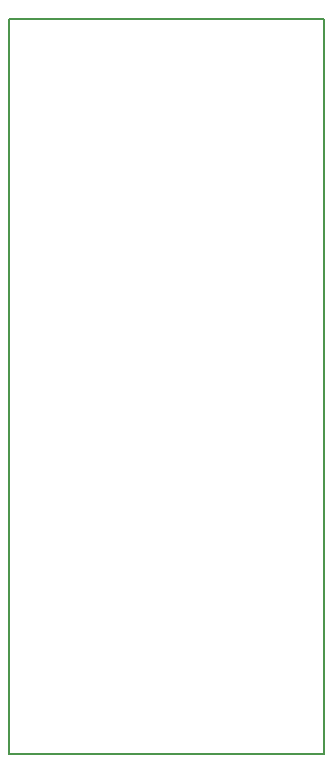
<source format=gbr>
%TF.GenerationSoftware,KiCad,Pcbnew,(5.1.8)-1*%
%TF.CreationDate,2021-02-07T10:27:01+01:00*%
%TF.ProjectId,deniseadapter,64656e69-7365-4616-9461-707465722e6b,rev?*%
%TF.SameCoordinates,Original*%
%TF.FileFunction,Profile,NP*%
%FSLAX46Y46*%
G04 Gerber Fmt 4.6, Leading zero omitted, Abs format (unit mm)*
G04 Created by KiCad (PCBNEW (5.1.8)-1) date 2021-02-07 10:27:01*
%MOMM*%
%LPD*%
G01*
G04 APERTURE LIST*
%TA.AperFunction,Profile*%
%ADD10C,0.200000*%
%TD*%
G04 APERTURE END LIST*
D10*
X141605000Y-59055000D02*
X141605000Y-121285000D01*
X114935000Y-59055000D02*
X141605000Y-59055000D01*
X114935000Y-59055000D02*
X114935000Y-121285000D01*
X114935000Y-121285000D02*
X141605000Y-121285000D01*
M02*

</source>
